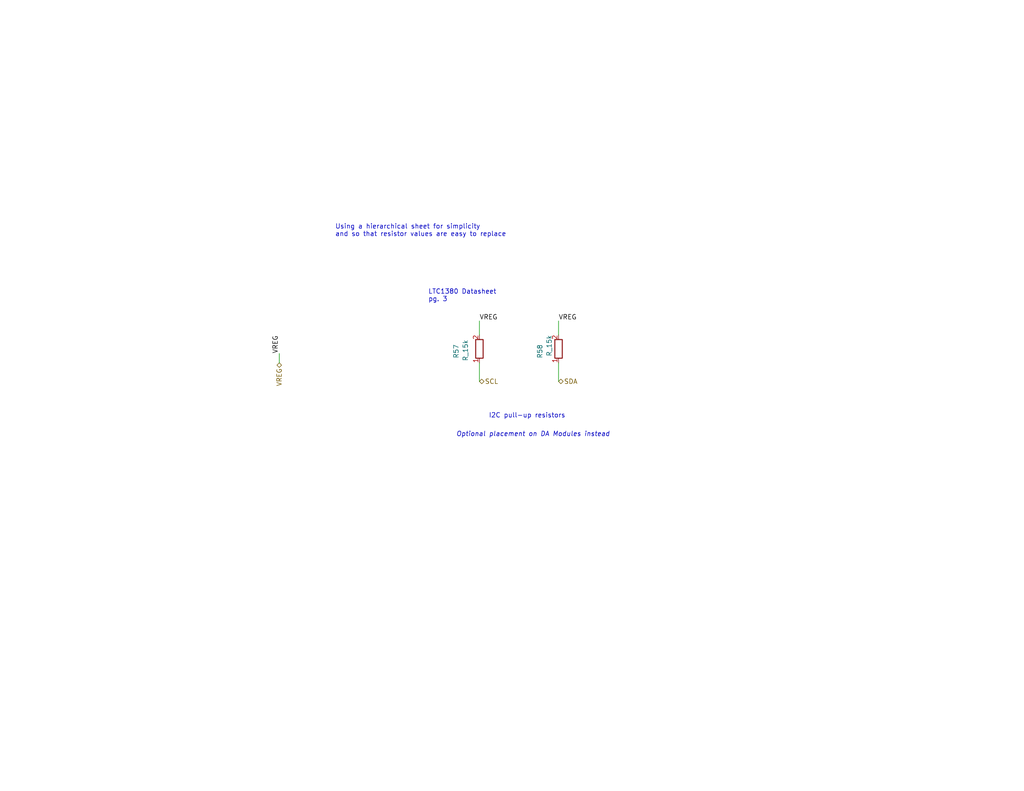
<source format=kicad_sch>
(kicad_sch (version 20211123) (generator eeschema)
  (paper "A")
  (title_block (title "MkVI BMS Cell Supervisory Circuit") (date "2022-12-23") (rev "1") (company "Olin Electric Motorsports"))
  (lib_symbols
    (symbol "OEM:15KR" (pin_names (offset 1.016))
      (property "Reference" "R" (at 0 -2.54 0))
      (property "Value" "R_15k" (at 0 2.54 0))
      (symbol "15KR_1_1"
        (rectangle (start 2.54 -1.016) (end -2.54 1.016) (stroke (width 0.254)))
        (pin passive line (at -3.81 0 0) (length 1.27) (name "~") (number "1"))
        (pin passive line (at 3.81 0 180) (length 1.27) (name "~") (number "2"))
      )
    )
  )
  (wire (pts (xy 152.4 87.63) (xy 152.4 91.44)))
  (wire (pts (xy 152.4 99.06) (xy 152.4 104.14)))
  (wire (pts (xy 130.81 99.06) (xy 130.81 104.14)))
  (wire (pts (xy 76.2 99.06) (xy 76.2 96.52)))
  (wire (pts (xy 130.81 87.63) (xy 130.81 91.44)))
  (text "I2C pull-up resistors" (at 133.35 114.3 0) (effects (font (size 1.27 1.27)) (justify left bottom)))
  (text "Optional placement on DA Modules instead" (at 124.46 119.38 0) (effects (font (size 1.27 1.27) italic) (justify left bottom)))
  (text "Using a hierarchical sheet for simplicity\nand so that resistor values are easy to replace" (at 91.44 64.77 0) (effects (font (size 1.27 1.27)) (justify left bottom)))
  (text "LTC1380 Datasheet\npg. 3" (at 116.84 82.55 0) (effects (font (size 1.27 1.27)) (justify left bottom)))
  (label "VREG" (at 152.4 87.63 0))
  (label "VREG" (at 76.2 96.52 90))
  (label "VREG" (at 130.81 87.63 0))
  (hierarchical_label "SDA" (shape bidirectional) (at 152.4 104.14 0))
  (hierarchical_label "VREG" (shape bidirectional) (at 76.2 99.06 270))
  (hierarchical_label "SCL" (shape bidirectional) (at 130.81 104.14 0))
  (symbol (lib_id "OEM:15KR") (at 130.81 95.25 90) (unit 1)
    (property "Reference" "R57" (at 124.46 93.98 0) (effects (justify right)))
    (property "Value" "R_15k" (at 127 92.71 0) (effects (justify right)))
    (property "Footprint" "footprints:R_0603_1608Metric" (effects hide))
  )
  (symbol (lib_id "OEM:15KR") (at 152.4 95.25 90) (unit 1)
    (property "Reference" "R58" (at 147.32 93.98 0) (effects (justify right)))
    (property "Value" "R_15k" (at 149.86 91.44 0) (effects (justify right)))
    (property "Footprint" "footprints:R_0603_1608Metric" (effects hide))
  )
)
</source>
